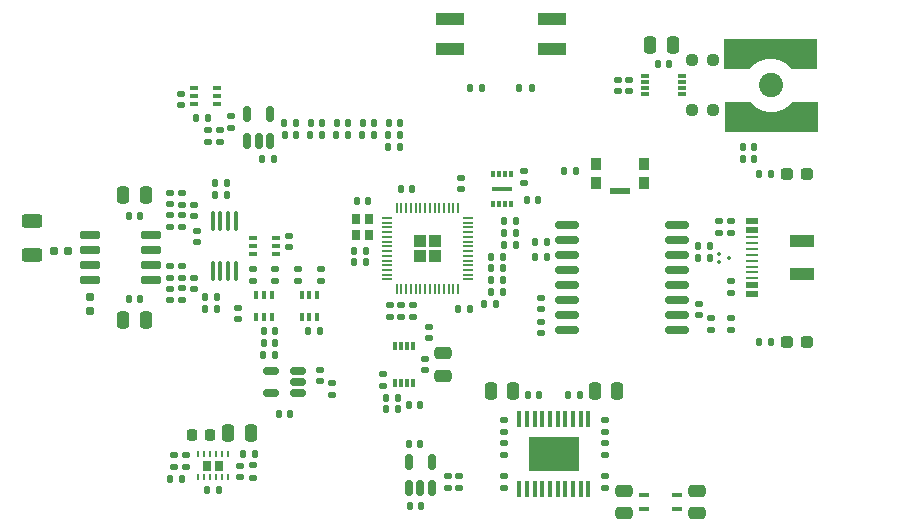
<source format=gtp>
G04 #@! TF.GenerationSoftware,KiCad,Pcbnew,7.0.6-7.0.6~ubuntu20.04.1*
G04 #@! TF.CreationDate,2024-04-09T16:12:21-07:00*
G04 #@! TF.ProjectId,harp_lick_detector_capactive,68617270-5f6c-4696-936b-5f6465746563,rev?*
G04 #@! TF.SameCoordinates,PX640a5a0PY7088980*
G04 #@! TF.FileFunction,Paste,Top*
G04 #@! TF.FilePolarity,Positive*
%FSLAX46Y46*%
G04 Gerber Fmt 4.6, Leading zero omitted, Abs format (unit mm)*
G04 Created by KiCad (PCBNEW 7.0.6-7.0.6~ubuntu20.04.1) date 2024-04-09 16:12:21*
%MOMM*%
%LPD*%
G01*
G04 APERTURE LIST*
G04 Aperture macros list*
%AMRoundRect*
0 Rectangle with rounded corners*
0 $1 Rounding radius*
0 $2 $3 $4 $5 $6 $7 $8 $9 X,Y pos of 4 corners*
0 Add a 4 corners polygon primitive as box body*
4,1,4,$2,$3,$4,$5,$6,$7,$8,$9,$2,$3,0*
0 Add four circle primitives for the rounded corners*
1,1,$1+$1,$2,$3*
1,1,$1+$1,$4,$5*
1,1,$1+$1,$6,$7*
1,1,$1+$1,$8,$9*
0 Add four rect primitives between the rounded corners*
20,1,$1+$1,$2,$3,$4,$5,0*
20,1,$1+$1,$4,$5,$6,$7,0*
20,1,$1+$1,$6,$7,$8,$9,0*
20,1,$1+$1,$8,$9,$2,$3,0*%
%AMFreePoly0*
4,1,40,6.515355,1.015355,6.530000,0.980000,6.530000,-1.460000,6.515355,-1.495355,6.480000,-1.510000,4.370000,-1.510000,4.367882,-1.509122,4.365698,-1.509814,4.350485,-1.501916,4.334645,-1.495355,4.333768,-1.493237,4.331734,-1.492182,4.233315,-1.375157,4.010127,-1.166713,3.760982,-0.990847,3.490207,-0.850543,3.202844,-0.748414,2.904254,-0.686367,2.599999,-0.665555,2.295745,-0.686367,
1.997154,-0.748415,1.709792,-0.850543,1.439022,-0.990844,1.189872,-1.166713,0.966684,-1.375157,0.868266,-1.492182,0.866231,-1.493237,0.865355,-1.495355,0.849514,-1.501916,0.834302,-1.509814,0.832117,-1.509122,0.830000,-1.510000,-1.280000,-1.510000,-1.315355,-1.495355,-1.330000,-1.460000,-1.330000,0.980000,-1.315355,1.015355,-1.280000,1.030000,6.480000,1.030000,6.515355,1.015355,
6.515355,1.015355,$1*%
G04 Aperture macros list end*
%ADD10RoundRect,0.250000X-0.475000X0.250000X-0.475000X-0.250000X0.475000X-0.250000X0.475000X0.250000X0*%
%ADD11RoundRect,0.140000X-0.140000X-0.170000X0.140000X-0.170000X0.140000X0.170000X-0.140000X0.170000X0*%
%ADD12RoundRect,0.140000X0.170000X-0.140000X0.170000X0.140000X-0.170000X0.140000X-0.170000X-0.140000X0*%
%ADD13RoundRect,0.135000X0.185000X-0.135000X0.185000X0.135000X-0.185000X0.135000X-0.185000X-0.135000X0*%
%ADD14RoundRect,0.135000X-0.185000X0.135000X-0.185000X-0.135000X0.185000X-0.135000X0.185000X0.135000X0*%
%ADD15RoundRect,0.237500X0.287500X0.237500X-0.287500X0.237500X-0.287500X-0.237500X0.287500X-0.237500X0*%
%ADD16RoundRect,0.140000X0.140000X0.170000X-0.140000X0.170000X-0.140000X-0.170000X0.140000X-0.170000X0*%
%ADD17RoundRect,0.135000X-0.135000X-0.185000X0.135000X-0.185000X0.135000X0.185000X-0.135000X0.185000X0*%
%ADD18RoundRect,0.160000X0.160000X-0.197500X0.160000X0.197500X-0.160000X0.197500X-0.160000X-0.197500X0*%
%ADD19RoundRect,0.150000X0.512500X0.150000X-0.512500X0.150000X-0.512500X-0.150000X0.512500X-0.150000X0*%
%ADD20R,2.440000X1.120000*%
%ADD21RoundRect,0.100000X0.225000X0.100000X-0.225000X0.100000X-0.225000X-0.100000X0.225000X-0.100000X0*%
%ADD22RoundRect,0.075000X-0.075000X0.075000X-0.075000X-0.075000X0.075000X-0.075000X0.075000X0.075000X0*%
%ADD23RoundRect,0.250000X-0.625000X0.312500X-0.625000X-0.312500X0.625000X-0.312500X0.625000X0.312500X0*%
%ADD24R,0.800000X0.950000*%
%ADD25RoundRect,0.062500X-0.062500X0.187500X-0.062500X-0.187500X0.062500X-0.187500X0.062500X0.187500X0*%
%ADD26RoundRect,0.250000X0.250000X0.475000X-0.250000X0.475000X-0.250000X-0.475000X0.250000X-0.475000X0*%
%ADD27RoundRect,0.250000X-0.250000X-0.475000X0.250000X-0.475000X0.250000X0.475000X-0.250000X0.475000X0*%
%ADD28RoundRect,0.100000X0.100000X-0.225000X0.100000X0.225000X-0.100000X0.225000X-0.100000X-0.225000X0*%
%ADD29RoundRect,0.135000X0.135000X0.185000X-0.135000X0.185000X-0.135000X-0.185000X0.135000X-0.185000X0*%
%ADD30RoundRect,0.150000X-0.725000X-0.150000X0.725000X-0.150000X0.725000X0.150000X-0.725000X0.150000X0*%
%ADD31R,0.800000X0.300000*%
%ADD32RoundRect,0.250000X-0.292217X0.292217X-0.292217X-0.292217X0.292217X-0.292217X0.292217X0.292217X0*%
%ADD33RoundRect,0.050000X-0.050000X0.387500X-0.050000X-0.387500X0.050000X-0.387500X0.050000X0.387500X0*%
%ADD34RoundRect,0.050000X-0.387500X0.050000X-0.387500X-0.050000X0.387500X-0.050000X0.387500X0.050000X0*%
%ADD35RoundRect,0.237500X-0.250000X-0.237500X0.250000X-0.237500X0.250000X0.237500X-0.250000X0.237500X0*%
%ADD36R,2.000000X1.000000*%
%ADD37R,1.000000X0.520000*%
%ADD38R,1.000000X0.270000*%
%ADD39R,0.900000X1.000000*%
%ADD40R,1.700000X0.550000*%
%ADD41RoundRect,0.100000X-0.225000X-0.100000X0.225000X-0.100000X0.225000X0.100000X-0.225000X0.100000X0*%
%ADD42RoundRect,0.100000X0.100000X-0.712500X0.100000X0.712500X-0.100000X0.712500X-0.100000X-0.712500X0*%
%ADD43R,0.800000X0.900000*%
%ADD44RoundRect,0.147500X-0.172500X0.147500X-0.172500X-0.147500X0.172500X-0.147500X0.172500X0.147500X0*%
%ADD45RoundRect,0.140000X-0.170000X0.140000X-0.170000X-0.140000X0.170000X-0.140000X0.170000X0.140000X0*%
%ADD46RoundRect,0.150000X0.875000X0.150000X-0.875000X0.150000X-0.875000X-0.150000X0.875000X-0.150000X0*%
%ADD47R,0.300000X0.800000*%
%ADD48C,2.050000*%
%ADD49FreePoly0,180.000000*%
%ADD50FreePoly0,0.000000*%
%ADD51RoundRect,0.147500X0.147500X0.172500X-0.147500X0.172500X-0.147500X-0.172500X0.147500X-0.172500X0*%
%ADD52R,1.140000X1.200000*%
%ADD53R,0.450000X1.450000*%
%ADD54R,4.200000X3.000000*%
%ADD55RoundRect,0.160000X-0.197500X-0.160000X0.197500X-0.160000X0.197500X0.160000X-0.197500X0.160000X0*%
%ADD56RoundRect,0.225000X-0.225000X-0.250000X0.225000X-0.250000X0.225000X0.250000X-0.225000X0.250000X0*%
%ADD57RoundRect,0.150000X0.150000X-0.512500X0.150000X0.512500X-0.150000X0.512500X-0.150000X-0.512500X0*%
%ADD58R,0.300000X0.600000*%
%ADD59R,1.700000X0.300000*%
%ADD60RoundRect,0.100000X0.350000X0.100000X-0.350000X0.100000X-0.350000X-0.100000X0.350000X-0.100000X0*%
G04 APERTURE END LIST*
D10*
G04 #@! TO.C,C67*
X68600000Y5250000D03*
X68600000Y3350000D03*
G04 #@! TD*
D11*
G04 #@! TO.C,C6*
X39620000Y24600000D03*
X40580000Y24600000D03*
G04 #@! TD*
D12*
G04 #@! TO.C,C30*
X24000000Y29520000D03*
X24000000Y30480000D03*
G04 #@! TD*
D13*
G04 #@! TO.C,R28*
X43600000Y19990000D03*
X43600000Y21010000D03*
G04 #@! TD*
D14*
G04 #@! TO.C,R24*
X25000000Y24310000D03*
X25000000Y23290000D03*
G04 #@! TD*
D15*
G04 #@! TO.C,D1*
X77975000Y17900000D03*
X76225000Y17900000D03*
G04 #@! TD*
D14*
G04 #@! TO.C,R56*
X28200000Y35810000D03*
X28200000Y34790000D03*
G04 #@! TD*
D16*
G04 #@! TO.C,C21*
X21480000Y21500000D03*
X20520000Y21500000D03*
G04 #@! TD*
G04 #@! TO.C,C19*
X49380000Y20700000D03*
X48420000Y20700000D03*
G04 #@! TD*
D13*
G04 #@! TO.C,R40*
X60800000Y8327500D03*
X60800000Y9347500D03*
G04 #@! TD*
G04 #@! TO.C,R44*
X42600000Y19990000D03*
X42600000Y21010000D03*
G04 #@! TD*
D11*
G04 #@! TO.C,C9*
X51220000Y23100000D03*
X52180000Y23100000D03*
G04 #@! TD*
D17*
G04 #@! TO.C,R58*
X53590000Y39400000D03*
X54610000Y39400000D03*
G04 #@! TD*
D12*
G04 #@! TO.C,C61*
X29200000Y36020000D03*
X29200000Y36980000D03*
G04 #@! TD*
G04 #@! TO.C,C27*
X48500000Y5520000D03*
X48500000Y6480000D03*
G04 #@! TD*
D16*
G04 #@! TO.C,C38*
X32880000Y17800000D03*
X31920000Y17800000D03*
G04 #@! TD*
D10*
G04 #@! TO.C,C45*
X62400000Y5250000D03*
X62400000Y3350000D03*
G04 #@! TD*
D18*
G04 #@! TO.C,R59*
X17200000Y20502500D03*
X17200000Y21697500D03*
G04 #@! TD*
D19*
G04 #@! TO.C,U16*
X34837500Y13550000D03*
X34837500Y14500000D03*
X34837500Y15450000D03*
X32562500Y15450000D03*
X32562500Y13550000D03*
G04 #@! TD*
D14*
G04 #@! TO.C,R26*
X25000000Y22410000D03*
X25000000Y21390000D03*
G04 #@! TD*
G04 #@! TO.C,R38*
X60800000Y11247500D03*
X60800000Y10227500D03*
G04 #@! TD*
D17*
G04 #@! TO.C,R21*
X31890000Y16800000D03*
X32910000Y16800000D03*
G04 #@! TD*
D20*
G04 #@! TO.C,SW2*
X47695000Y45170000D03*
X47695000Y42630000D03*
X56305000Y42630000D03*
X56305000Y45170000D03*
G04 #@! TD*
D11*
G04 #@! TO.C,C13*
X43520000Y30800000D03*
X44480000Y30800000D03*
G04 #@! TD*
D17*
G04 #@! TO.C,R11*
X51190000Y24100000D03*
X52210000Y24100000D03*
G04 #@! TD*
D11*
G04 #@! TO.C,C8*
X72520000Y33400000D03*
X73480000Y33400000D03*
G04 #@! TD*
D21*
G04 #@! TO.C,U14*
X32950000Y25350000D03*
X32950000Y26000000D03*
X32950000Y26650000D03*
X31050000Y26650000D03*
X31050000Y26000000D03*
X31050000Y25350000D03*
G04 #@! TD*
D22*
G04 #@! TO.C,U2*
X70475000Y25350000D03*
X70475000Y24650000D03*
X71325000Y25000000D03*
G04 #@! TD*
D13*
G04 #@! TO.C,R53*
X34800000Y22990000D03*
X34800000Y24010000D03*
G04 #@! TD*
D16*
G04 #@! TO.C,C41*
X28130000Y5300000D03*
X27170000Y5300000D03*
G04 #@! TD*
D13*
G04 #@! TO.C,R29*
X44600000Y19990000D03*
X44600000Y21010000D03*
G04 #@! TD*
G04 #@! TO.C,R51*
X31000000Y22990000D03*
X31000000Y24010000D03*
G04 #@! TD*
D14*
G04 #@! TO.C,R39*
X52300000Y11247500D03*
X52300000Y10227500D03*
G04 #@! TD*
D23*
G04 #@! TO.C,R14*
X12300000Y28150000D03*
X12300000Y25225000D03*
G04 #@! TD*
D16*
G04 #@! TO.C,C28*
X45180000Y9200000D03*
X44220000Y9200000D03*
G04 #@! TD*
D12*
G04 #@! TO.C,C56*
X71500000Y18920000D03*
X71500000Y19880000D03*
G04 #@! TD*
D24*
G04 #@! TO.C,U11*
X28150000Y7400000D03*
X27150000Y7400000D03*
D25*
X28900000Y8350000D03*
X28400000Y8350000D03*
X27900000Y8350000D03*
X27400000Y8350000D03*
X26900000Y8350000D03*
X26400000Y8350000D03*
X26400000Y6450000D03*
X26900000Y6450000D03*
X27400000Y6450000D03*
X27900000Y6450000D03*
X28400000Y6450000D03*
X28900000Y6450000D03*
G04 #@! TD*
D26*
G04 #@! TO.C,C22*
X21950000Y30300000D03*
X20050000Y30300000D03*
G04 #@! TD*
D27*
G04 #@! TO.C,C40*
X28950000Y10200000D03*
X30850000Y10200000D03*
G04 #@! TD*
D12*
G04 #@! TO.C,C54*
X62900000Y39120000D03*
X62900000Y40080000D03*
G04 #@! TD*
D13*
G04 #@! TO.C,R3*
X70500000Y27090000D03*
X70500000Y28110000D03*
G04 #@! TD*
D12*
G04 #@! TO.C,C24*
X26300000Y26320000D03*
X26300000Y27280000D03*
G04 #@! TD*
D28*
G04 #@! TO.C,U6*
X35150000Y19950000D03*
X35800000Y19950000D03*
X36450000Y19950000D03*
X36450000Y21850000D03*
X35800000Y21850000D03*
X35150000Y21850000D03*
G04 #@! TD*
D29*
G04 #@! TO.C,R54*
X27210000Y36800000D03*
X26190000Y36800000D03*
G04 #@! TD*
D30*
G04 #@! TO.C,U7*
X17225000Y26905000D03*
X17225000Y25635000D03*
X17225000Y24365000D03*
X17225000Y23095000D03*
X22375000Y23095000D03*
X22375000Y24365000D03*
X22375000Y25635000D03*
X22375000Y26905000D03*
G04 #@! TD*
D31*
G04 #@! TO.C,U1*
X64250000Y40350000D03*
X64250000Y39850000D03*
X64250000Y39350000D03*
X64250000Y38850000D03*
X67350000Y38850000D03*
X67350000Y39350000D03*
X67350000Y39850000D03*
X67350000Y40350000D03*
G04 #@! TD*
D17*
G04 #@! TO.C,R47*
X26990000Y20700000D03*
X28010000Y20700000D03*
G04 #@! TD*
G04 #@! TO.C,R46*
X27790000Y31300000D03*
X28810000Y31300000D03*
G04 #@! TD*
G04 #@! TO.C,R57*
X49390000Y39400000D03*
X50410000Y39400000D03*
G04 #@! TD*
D32*
G04 #@! TO.C,U4*
X46437500Y26400000D03*
X45162500Y26400000D03*
X46437500Y25125000D03*
X45162500Y25125000D03*
D33*
X48400000Y29200000D03*
X48000000Y29200000D03*
X47600000Y29200000D03*
X47200000Y29200000D03*
X46800000Y29200000D03*
X46400000Y29200000D03*
X46000000Y29200000D03*
X45600000Y29200000D03*
X45200000Y29200000D03*
X44800000Y29200000D03*
X44400000Y29200000D03*
X44000000Y29200000D03*
X43600000Y29200000D03*
X43200000Y29200000D03*
D34*
X42362500Y28362500D03*
X42362500Y27962500D03*
X42362500Y27562500D03*
X42362500Y27162500D03*
X42362500Y26762500D03*
X42362500Y26362500D03*
X42362500Y25962500D03*
X42362500Y25562500D03*
X42362500Y25162500D03*
X42362500Y24762500D03*
X42362500Y24362500D03*
X42362500Y23962500D03*
X42362500Y23562500D03*
X42362500Y23162500D03*
D33*
X43200000Y22325000D03*
X43600000Y22325000D03*
X44000000Y22325000D03*
X44400000Y22325000D03*
X44800000Y22325000D03*
X45200000Y22325000D03*
X45600000Y22325000D03*
X46000000Y22325000D03*
X46400000Y22325000D03*
X46800000Y22325000D03*
X47200000Y22325000D03*
X47600000Y22325000D03*
X48000000Y22325000D03*
X48400000Y22325000D03*
D34*
X49237500Y23162500D03*
X49237500Y23562500D03*
X49237500Y23962500D03*
X49237500Y24362500D03*
X49237500Y24762500D03*
X49237500Y25162500D03*
X49237500Y25562500D03*
X49237500Y25962500D03*
X49237500Y26362500D03*
X49237500Y26762500D03*
X49237500Y27162500D03*
X49237500Y27562500D03*
X49237500Y27962500D03*
X49237500Y28362500D03*
G04 #@! TD*
D12*
G04 #@! TO.C,C3*
X55400000Y20620000D03*
X55400000Y21580000D03*
G04 #@! TD*
D35*
G04 #@! TO.C,R30*
X68187500Y41700000D03*
X70012500Y41700000D03*
G04 #@! TD*
D36*
G04 #@! TO.C,J5*
X77500000Y23600000D03*
X77500000Y26400000D03*
D37*
X73300000Y21900000D03*
X73300000Y22650000D03*
D38*
X73300000Y23250000D03*
X73300000Y24750000D03*
X73300000Y25750000D03*
X73300000Y26750000D03*
D37*
X73300000Y27350000D03*
X73300000Y28100000D03*
X73300000Y28100000D03*
X73300000Y27350000D03*
D38*
X73300000Y26250000D03*
X73300000Y25250000D03*
X73300000Y24250000D03*
X73300000Y23750000D03*
D37*
X73300000Y22650000D03*
X73300000Y21900000D03*
G04 #@! TD*
D14*
G04 #@! TO.C,R22*
X37700000Y14410000D03*
X37700000Y13390000D03*
G04 #@! TD*
D26*
G04 #@! TO.C,C23*
X21950000Y19700000D03*
X20050000Y19700000D03*
G04 #@! TD*
D29*
G04 #@! TO.C,R7*
X55910000Y25100000D03*
X54890000Y25100000D03*
G04 #@! TD*
G04 #@! TO.C,R50*
X43510000Y34400000D03*
X42490000Y34400000D03*
G04 #@! TD*
D39*
G04 #@! TO.C,SW1*
X60050000Y31300000D03*
X60050000Y32900000D03*
X64150000Y32900000D03*
X64150000Y31300000D03*
D40*
X62100000Y30675000D03*
G04 #@! TD*
D12*
G04 #@! TO.C,C2*
X68800000Y20120000D03*
X68800000Y21080000D03*
G04 #@! TD*
D29*
G04 #@! TO.C,R17*
X39110000Y35400000D03*
X38090000Y35400000D03*
G04 #@! TD*
D41*
G04 #@! TO.C,U18*
X26050000Y39350000D03*
X26050000Y38700000D03*
X26050000Y38050000D03*
X27950000Y38050000D03*
X27950000Y38700000D03*
X27950000Y39350000D03*
G04 #@! TD*
D13*
G04 #@! TO.C,R32*
X31000000Y6390000D03*
X31000000Y7410000D03*
G04 #@! TD*
D16*
G04 #@! TO.C,C60*
X32880000Y18800000D03*
X31920000Y18800000D03*
G04 #@! TD*
D42*
G04 #@! TO.C,U15*
X27625000Y23887500D03*
X28275000Y23887500D03*
X28925000Y23887500D03*
X29575000Y23887500D03*
X29575000Y28112500D03*
X28925000Y28112500D03*
X28275000Y28112500D03*
X27625000Y28112500D03*
G04 #@! TD*
D43*
G04 #@! TO.C,X1*
X39750000Y28300000D03*
X39750000Y26900000D03*
X40850000Y26900000D03*
X40850000Y28300000D03*
G04 #@! TD*
D28*
G04 #@! TO.C,U9*
X31300000Y19950000D03*
X31950000Y19950000D03*
X32600000Y19950000D03*
X32600000Y21850000D03*
X31950000Y21850000D03*
X31300000Y21850000D03*
G04 #@! TD*
D16*
G04 #@! TO.C,C52*
X43280000Y13150000D03*
X42320000Y13150000D03*
G04 #@! TD*
D29*
G04 #@! TO.C,R6*
X55910000Y26300000D03*
X54890000Y26300000D03*
G04 #@! TD*
D17*
G04 #@! TO.C,R12*
X73890000Y17900000D03*
X74910000Y17900000D03*
G04 #@! TD*
D16*
G04 #@! TO.C,C50*
X45180000Y12550000D03*
X44220000Y12550000D03*
G04 #@! TD*
D44*
G04 #@! TO.C,D3*
X71500000Y28085000D03*
X71500000Y27115000D03*
G04 #@! TD*
D16*
G04 #@! TO.C,C14*
X53280000Y26100000D03*
X52320000Y26100000D03*
G04 #@! TD*
D12*
G04 #@! TO.C,C44*
X25350000Y7320000D03*
X25350000Y8280000D03*
G04 #@! TD*
D13*
G04 #@! TO.C,R52*
X36800000Y22990000D03*
X36800000Y24010000D03*
G04 #@! TD*
D29*
G04 #@! TO.C,R4*
X69710000Y26000000D03*
X68690000Y26000000D03*
G04 #@! TD*
D15*
G04 #@! TO.C,D2*
X77975000Y32100000D03*
X76225000Y32100000D03*
G04 #@! TD*
D16*
G04 #@! TO.C,C18*
X53280000Y27100000D03*
X52320000Y27100000D03*
G04 #@! TD*
D11*
G04 #@! TO.C,C10*
X51220000Y22100000D03*
X52180000Y22100000D03*
G04 #@! TD*
D29*
G04 #@! TO.C,R27*
X28810000Y30300000D03*
X27790000Y30300000D03*
G04 #@! TD*
D13*
G04 #@! TO.C,R18*
X24000000Y27590000D03*
X24000000Y28610000D03*
G04 #@! TD*
D29*
G04 #@! TO.C,R5*
X69710000Y25000000D03*
X68690000Y25000000D03*
G04 #@! TD*
D16*
G04 #@! TO.C,C59*
X45280000Y4000000D03*
X44320000Y4000000D03*
G04 #@! TD*
D29*
G04 #@! TO.C,R16*
X41310000Y35400000D03*
X40290000Y35400000D03*
G04 #@! TD*
D26*
G04 #@! TO.C,C48*
X53050000Y13737500D03*
X51150000Y13737500D03*
G04 #@! TD*
D12*
G04 #@! TO.C,C66*
X36700000Y14520000D03*
X36700000Y15480000D03*
G04 #@! TD*
D14*
G04 #@! TO.C,R23*
X24000000Y24310000D03*
X24000000Y23290000D03*
G04 #@! TD*
D12*
G04 #@! TO.C,C51*
X45600000Y15470000D03*
X45600000Y16430000D03*
G04 #@! TD*
D45*
G04 #@! TO.C,C37*
X69800000Y19880000D03*
X69800000Y18920000D03*
G04 #@! TD*
D14*
G04 #@! TO.C,R9*
X54000000Y32310000D03*
X54000000Y31290000D03*
G04 #@! TD*
D16*
G04 #@! TO.C,C1*
X55180000Y29900000D03*
X54220000Y29900000D03*
G04 #@! TD*
D12*
G04 #@! TO.C,C31*
X26000000Y28520000D03*
X26000000Y29480000D03*
G04 #@! TD*
D11*
G04 #@! TO.C,C35*
X42520000Y36400000D03*
X43480000Y36400000D03*
G04 #@! TD*
D10*
G04 #@! TO.C,C11*
X47100000Y16900000D03*
X47100000Y15000000D03*
G04 #@! TD*
D26*
G04 #@! TO.C,C39*
X66550000Y43000000D03*
X64650000Y43000000D03*
G04 #@! TD*
D13*
G04 #@! TO.C,R41*
X52300000Y8327500D03*
X52300000Y9347500D03*
G04 #@! TD*
D45*
G04 #@! TO.C,C12*
X48600000Y31780000D03*
X48600000Y30820000D03*
G04 #@! TD*
D11*
G04 #@! TO.C,C15*
X39620000Y25600000D03*
X40580000Y25600000D03*
G04 #@! TD*
D46*
G04 #@! TO.C,U3*
X66950000Y18855000D03*
X66950000Y20125000D03*
X66950000Y21395000D03*
X66950000Y22665000D03*
X66950000Y23935000D03*
X66950000Y25205000D03*
X66950000Y26475000D03*
X66950000Y27745000D03*
X57650000Y27745000D03*
X57650000Y26475000D03*
X57650000Y25205000D03*
X57650000Y23935000D03*
X57650000Y22665000D03*
X57650000Y21395000D03*
X57650000Y20125000D03*
X57650000Y18855000D03*
G04 #@! TD*
D11*
G04 #@! TO.C,C46*
X57720000Y13337500D03*
X58680000Y13337500D03*
G04 #@! TD*
G04 #@! TO.C,C55*
X65320000Y41400000D03*
X66280000Y41400000D03*
G04 #@! TD*
D16*
G04 #@! TO.C,C65*
X34180000Y11800000D03*
X33220000Y11800000D03*
G04 #@! TD*
D11*
G04 #@! TO.C,C57*
X38120000Y36400000D03*
X39080000Y36400000D03*
G04 #@! TD*
D45*
G04 #@! TO.C,C26*
X47500000Y6480000D03*
X47500000Y5520000D03*
G04 #@! TD*
D16*
G04 #@! TO.C,C47*
X55280000Y13337500D03*
X54320000Y13337500D03*
G04 #@! TD*
D47*
G04 #@! TO.C,U13*
X44550000Y17500000D03*
X44050000Y17500000D03*
X43550000Y17500000D03*
X43050000Y17500000D03*
X43050000Y14400000D03*
X43550000Y14400000D03*
X44050000Y14400000D03*
X44550000Y14400000D03*
G04 #@! TD*
D29*
G04 #@! TO.C,R8*
X43510000Y35400000D03*
X42490000Y35400000D03*
G04 #@! TD*
D48*
G04 #@! TO.C,J7*
X74900000Y39600000D03*
D49*
X77500000Y36700000D03*
D50*
X72300000Y42500000D03*
G04 #@! TD*
D12*
G04 #@! TO.C,C16*
X45950000Y18170000D03*
X45950000Y19130000D03*
G04 #@! TD*
D11*
G04 #@! TO.C,C62*
X31820000Y33400000D03*
X32780000Y33400000D03*
G04 #@! TD*
D13*
G04 #@! TO.C,R37*
X52300000Y5527500D03*
X52300000Y6547500D03*
G04 #@! TD*
D17*
G04 #@! TO.C,R10*
X51190000Y25050000D03*
X52210000Y25050000D03*
G04 #@! TD*
D45*
G04 #@! TO.C,C34*
X26000000Y23280000D03*
X26000000Y22320000D03*
G04 #@! TD*
D13*
G04 #@! TO.C,R49*
X32900000Y22990000D03*
X32900000Y24010000D03*
G04 #@! TD*
D16*
G04 #@! TO.C,C17*
X51580000Y21100000D03*
X50620000Y21100000D03*
G04 #@! TD*
D17*
G04 #@! TO.C,R13*
X73890000Y32100000D03*
X74910000Y32100000D03*
G04 #@! TD*
D51*
G04 #@! TO.C,D4*
X73485000Y34400000D03*
X72515000Y34400000D03*
G04 #@! TD*
D14*
G04 #@! TO.C,R2*
X71500000Y23010000D03*
X71500000Y21990000D03*
G04 #@! TD*
D16*
G04 #@! TO.C,C64*
X36680000Y18800000D03*
X35720000Y18800000D03*
G04 #@! TD*
D12*
G04 #@! TO.C,C63*
X24900000Y37920000D03*
X24900000Y38880000D03*
G04 #@! TD*
D16*
G04 #@! TO.C,C20*
X21480000Y28500000D03*
X20520000Y28500000D03*
G04 #@! TD*
D52*
G04 #@! TO.C,U12*
X57900000Y9150000D03*
X56500000Y9150000D03*
X55100000Y9150000D03*
X57900000Y7650000D03*
X56500000Y7650000D03*
X55100000Y7650000D03*
D53*
X59425000Y11350000D03*
X58775000Y11350000D03*
X58125000Y11350000D03*
X57475000Y11350000D03*
X56825000Y11350000D03*
X56175000Y11350000D03*
X55525000Y11350000D03*
X54875000Y11350000D03*
X54225000Y11350000D03*
X53575000Y11350000D03*
X53575000Y5450000D03*
X54225000Y5450000D03*
X54875000Y5450000D03*
X55525000Y5450000D03*
X56175000Y5450000D03*
X56825000Y5450000D03*
X57475000Y5450000D03*
X58125000Y5450000D03*
X58775000Y5450000D03*
X59425000Y5450000D03*
D54*
X56500000Y8400000D03*
G04 #@! TD*
D55*
G04 #@! TO.C,R15*
X14202500Y25600000D03*
X15397500Y25600000D03*
G04 #@! TD*
D29*
G04 #@! TO.C,R34*
X31210000Y8400000D03*
X30190000Y8400000D03*
G04 #@! TD*
D45*
G04 #@! TO.C,C53*
X61900000Y40080000D03*
X61900000Y39120000D03*
G04 #@! TD*
D56*
G04 #@! TO.C,C42*
X25825000Y10000000D03*
X27375000Y10000000D03*
G04 #@! TD*
D17*
G04 #@! TO.C,R35*
X23990000Y6300000D03*
X25010000Y6300000D03*
G04 #@! TD*
D13*
G04 #@! TO.C,R19*
X25000000Y27590000D03*
X25000000Y28610000D03*
G04 #@! TD*
D45*
G04 #@! TO.C,C5*
X55400000Y19580000D03*
X55400000Y18620000D03*
G04 #@! TD*
D14*
G04 #@! TO.C,R55*
X27200000Y35810000D03*
X27200000Y34790000D03*
G04 #@! TD*
D13*
G04 #@! TO.C,R20*
X25000000Y29490000D03*
X25000000Y30510000D03*
G04 #@! TD*
D35*
G04 #@! TO.C,R31*
X68187500Y37500000D03*
X70012500Y37500000D03*
G04 #@! TD*
D13*
G04 #@! TO.C,R36*
X60800000Y5527500D03*
X60800000Y6547500D03*
G04 #@! TD*
D57*
G04 #@! TO.C,U17*
X30550000Y34862500D03*
X31500000Y34862500D03*
X32450000Y34862500D03*
X32450000Y37137500D03*
X30550000Y37137500D03*
G04 #@! TD*
D45*
G04 #@! TO.C,C43*
X29950000Y7380000D03*
X29950000Y6420000D03*
G04 #@! TD*
D29*
G04 #@! TO.C,R45*
X36910000Y35400000D03*
X35890000Y35400000D03*
G04 #@! TD*
D45*
G04 #@! TO.C,C29*
X34100000Y26880000D03*
X34100000Y25920000D03*
G04 #@! TD*
G04 #@! TO.C,C25*
X29800000Y20780000D03*
X29800000Y19820000D03*
G04 #@! TD*
D27*
G04 #@! TO.C,C49*
X59950000Y13737500D03*
X61850000Y13737500D03*
G04 #@! TD*
D29*
G04 #@! TO.C,R43*
X43310000Y12150000D03*
X42290000Y12150000D03*
G04 #@! TD*
D17*
G04 #@! TO.C,R25*
X33690000Y36400000D03*
X34710000Y36400000D03*
G04 #@! TD*
D58*
G04 #@! TO.C,U5*
X52850000Y32050000D03*
X52350000Y32050000D03*
X51850000Y32050000D03*
X51350000Y32050000D03*
X51350000Y29550000D03*
X51850000Y29550000D03*
X52350000Y29550000D03*
X52850000Y29550000D03*
D59*
X52100000Y30800000D03*
G04 #@! TD*
D60*
G04 #@! TO.C,L1*
X66900000Y3725000D03*
X66900000Y4875000D03*
X64100000Y4875000D03*
X64100000Y3725000D03*
G04 #@! TD*
D14*
G04 #@! TO.C,R33*
X24300000Y8310000D03*
X24300000Y7290000D03*
G04 #@! TD*
D11*
G04 #@! TO.C,C36*
X40320000Y36400000D03*
X41280000Y36400000D03*
G04 #@! TD*
D29*
G04 #@! TO.C,R48*
X28010000Y21700000D03*
X26990000Y21700000D03*
G04 #@! TD*
D16*
G04 #@! TO.C,C32*
X34680000Y35400000D03*
X33720000Y35400000D03*
G04 #@! TD*
D57*
G04 #@! TO.C,U8*
X44250000Y5462500D03*
X45200000Y5462500D03*
X46150000Y5462500D03*
X46150000Y7737500D03*
X44250000Y7737500D03*
G04 #@! TD*
D16*
G04 #@! TO.C,C7*
X53280000Y28100000D03*
X52320000Y28100000D03*
G04 #@! TD*
D11*
G04 #@! TO.C,C4*
X39820000Y29800000D03*
X40780000Y29800000D03*
G04 #@! TD*
D45*
G04 #@! TO.C,C33*
X24000000Y22380000D03*
X24000000Y21420000D03*
G04 #@! TD*
D14*
G04 #@! TO.C,R42*
X42000000Y15160000D03*
X42000000Y14140000D03*
G04 #@! TD*
D29*
G04 #@! TO.C,R1*
X58410000Y32300000D03*
X57390000Y32300000D03*
G04 #@! TD*
D11*
G04 #@! TO.C,C58*
X35920000Y36400000D03*
X36880000Y36400000D03*
G04 #@! TD*
M02*

</source>
